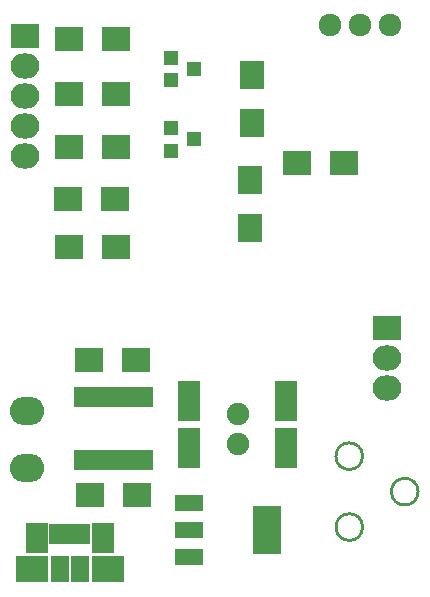
<source format=gbs>
G04 #@! TF.FileFunction,Soldermask,Bot*
%FSLAX46Y46*%
G04 Gerber Fmt 4.6, Leading zero omitted, Abs format (unit mm)*
G04 Created by KiCad (PCBNEW (2015-08-30 BZR 6134, Git 4e94d52)-product) date 02-Sep-15 10:21:18 AM*
%MOMM*%
G01*
G04 APERTURE LIST*
%ADD10C,0.100000*%
%ADD11C,0.250000*%
%ADD12R,0.806400X1.670000*%
%ADD13R,1.901140X3.399740*%
%ADD14R,2.400000X2.000000*%
%ADD15C,1.901140*%
%ADD16R,2.432000X2.127200*%
%ADD17O,2.432000X2.127200*%
%ADD18R,1.200100X1.200100*%
%ADD19R,2.400000X2.100000*%
%ADD20R,2.100000X2.400000*%
%ADD21C,1.924000*%
%ADD22R,2.432000X4.057600*%
%ADD23R,2.432000X1.416000*%
%ADD24O,2.899360X2.398980*%
%ADD25R,0.850000X1.780000*%
%ADD26R,1.875000X2.500000*%
%ADD27R,2.775000X2.300000*%
%ADD28R,1.550000X2.300000*%
G04 APERTURE END LIST*
D10*
D11*
X169798703Y-121594880D02*
G75*
G03X169798703Y-121594880I-1130003J0D01*
G01*
X174490083Y-118597680D02*
G75*
G03X174490083Y-118597680I-1130003J0D01*
G01*
X169796163Y-115592860D02*
G75*
G03X169796163Y-115592860I-1130003J0D01*
G01*
D12*
X151596280Y-115891040D03*
X150961280Y-115891040D03*
X150300880Y-115891040D03*
X149640480Y-115891040D03*
X149005480Y-115891040D03*
X148345080Y-115891040D03*
X147684680Y-115891040D03*
X147049680Y-115891040D03*
X146389280Y-115891040D03*
X145754280Y-115891040D03*
X145754280Y-110557040D03*
X146389280Y-110557040D03*
X147049680Y-110557040D03*
X147684680Y-110557040D03*
X148345080Y-110557040D03*
X149005480Y-110557040D03*
X149640480Y-110557040D03*
X150300880Y-110557040D03*
X150961280Y-110557040D03*
X151596280Y-110557040D03*
D13*
X163315840Y-110889780D03*
X163315840Y-114887740D03*
X155071000Y-110905020D03*
X155071000Y-114902980D03*
D14*
X146619400Y-107468400D03*
X150619400Y-107468400D03*
X146675280Y-118867920D03*
X150675280Y-118867920D03*
D15*
X159262000Y-112015000D03*
X159262000Y-114555000D03*
D14*
X168247000Y-90806000D03*
X164247000Y-90806000D03*
D16*
X171885800Y-104699800D03*
D17*
X171885800Y-107239800D03*
X171885800Y-109779800D03*
D16*
X141228000Y-80011000D03*
D17*
X141228000Y-82551000D03*
X141228000Y-85091000D03*
X141228000Y-87631000D03*
X141228000Y-90171000D03*
D18*
X153562240Y-83755000D03*
X153562240Y-81855000D03*
X155561220Y-82805000D03*
X153562240Y-89724000D03*
X153562240Y-87824000D03*
X155561220Y-88774000D03*
D19*
X148943000Y-97918000D03*
X144943000Y-97918000D03*
D20*
X160278000Y-96235000D03*
X160278000Y-92235000D03*
D19*
X148943000Y-80265000D03*
X144943000Y-80265000D03*
X148816000Y-93854000D03*
X144816000Y-93854000D03*
X148943000Y-84964000D03*
X144943000Y-84964000D03*
X148943000Y-89409000D03*
X144943000Y-89409000D03*
D20*
X160405000Y-87345000D03*
X160405000Y-83345000D03*
D21*
X169549000Y-79122000D03*
X172089000Y-79122000D03*
X167009000Y-79122000D03*
D22*
X161672460Y-121829560D03*
D23*
X155068460Y-121829560D03*
X155068460Y-119543560D03*
X155068460Y-124115560D03*
D24*
X141410880Y-111733060D03*
X141410880Y-116614940D03*
D25*
X145000000Y-122170000D03*
X145650000Y-122170000D03*
X146300000Y-122170000D03*
X144350000Y-122170000D03*
X143700000Y-122170000D03*
D26*
X142225000Y-122530000D03*
X147775000Y-122530000D03*
D27*
X141775000Y-125160000D03*
D28*
X144162500Y-125160000D03*
D27*
X148225000Y-125160000D03*
D28*
X145837500Y-125160000D03*
M02*

</source>
